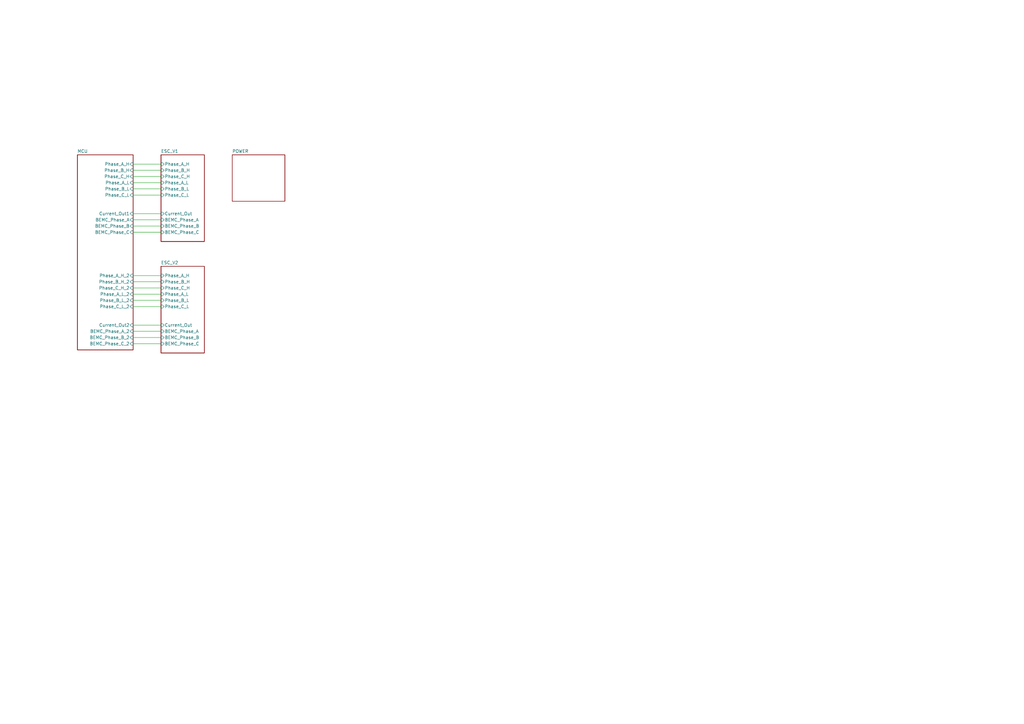
<source format=kicad_sch>
(kicad_sch
	(version 20231120)
	(generator "eeschema")
	(generator_version "8.0")
	(uuid "d69d9177-9e27-4190-aaf2-7a8813ea119b")
	(paper "A3")
	(lib_symbols)
	(wire
		(pts
			(xy 54.61 113.03) (xy 66.04 113.03)
		)
		(stroke
			(width 0)
			(type default)
		)
		(uuid "047ea9a2-f062-46ab-b780-c64a53e7daad")
	)
	(wire
		(pts
			(xy 54.61 67.31) (xy 66.04 67.31)
		)
		(stroke
			(width 0)
			(type default)
		)
		(uuid "21761ed6-ba79-4917-90fb-612c3c2f5c46")
	)
	(wire
		(pts
			(xy 54.61 120.65) (xy 66.04 120.65)
		)
		(stroke
			(width 0)
			(type default)
		)
		(uuid "251805e7-22f6-4b1a-81cb-10c8f6005e3a")
	)
	(wire
		(pts
			(xy 54.61 118.11) (xy 66.04 118.11)
		)
		(stroke
			(width 0)
			(type default)
		)
		(uuid "36c358a2-fd8e-4e99-9d68-c357eb786a28")
	)
	(wire
		(pts
			(xy 54.61 72.39) (xy 66.04 72.39)
		)
		(stroke
			(width 0)
			(type default)
		)
		(uuid "5198c3c8-adbc-447c-8084-be990f31a795")
	)
	(wire
		(pts
			(xy 54.61 77.47) (xy 66.04 77.47)
		)
		(stroke
			(width 0)
			(type default)
		)
		(uuid "5901b2f2-fd93-4e8e-bd5a-d34837b66d89")
	)
	(wire
		(pts
			(xy 54.61 69.85) (xy 66.04 69.85)
		)
		(stroke
			(width 0)
			(type default)
		)
		(uuid "5eb535ee-0dcc-4602-9297-c83e9c697139")
	)
	(wire
		(pts
			(xy 54.61 87.63) (xy 66.04 87.63)
		)
		(stroke
			(width 0)
			(type default)
		)
		(uuid "682ad4ac-59fd-401a-ac20-3fc0eb46a17b")
	)
	(wire
		(pts
			(xy 54.61 90.17) (xy 66.04 90.17)
		)
		(stroke
			(width 0)
			(type default)
		)
		(uuid "82d67b34-fc3c-40db-9acd-44d6903e5cad")
	)
	(wire
		(pts
			(xy 54.61 92.71) (xy 66.04 92.71)
		)
		(stroke
			(width 0)
			(type default)
		)
		(uuid "8aae2d2a-3a41-46c5-b696-ccc1f411b149")
	)
	(wire
		(pts
			(xy 54.61 74.93) (xy 66.04 74.93)
		)
		(stroke
			(width 0)
			(type default)
		)
		(uuid "93bf6ad0-ea97-4d48-8dd8-1a7c656685b1")
	)
	(wire
		(pts
			(xy 54.61 95.25) (xy 66.04 95.25)
		)
		(stroke
			(width 0)
			(type default)
		)
		(uuid "9701f3be-1f42-4f52-8c13-bb08e092135a")
	)
	(wire
		(pts
			(xy 54.61 138.43) (xy 66.04 138.43)
		)
		(stroke
			(width 0)
			(type default)
		)
		(uuid "a5370ff3-68a2-4c82-8098-6dddc836a9c6")
	)
	(wire
		(pts
			(xy 54.61 123.19) (xy 66.04 123.19)
		)
		(stroke
			(width 0)
			(type default)
		)
		(uuid "a5bce5c8-242f-4c0d-bfe5-812984688c59")
	)
	(wire
		(pts
			(xy 54.61 115.57) (xy 66.04 115.57)
		)
		(stroke
			(width 0)
			(type default)
		)
		(uuid "c37bf041-dd96-4916-87d0-865f3c24f200")
	)
	(wire
		(pts
			(xy 54.61 133.35) (xy 66.04 133.35)
		)
		(stroke
			(width 0)
			(type default)
		)
		(uuid "d0ceadb8-2803-4db2-bc1d-d453c9775e32")
	)
	(wire
		(pts
			(xy 54.61 140.97) (xy 66.04 140.97)
		)
		(stroke
			(width 0)
			(type default)
		)
		(uuid "db82100f-210f-4fd5-9747-d238a8446a4f")
	)
	(wire
		(pts
			(xy 54.61 125.73) (xy 66.04 125.73)
		)
		(stroke
			(width 0)
			(type default)
		)
		(uuid "ef3a5811-50fe-4fb9-b8b9-407cec2fc2ff")
	)
	(wire
		(pts
			(xy 54.61 80.01) (xy 66.04 80.01)
		)
		(stroke
			(width 0)
			(type default)
		)
		(uuid "f81610ea-709a-4587-a443-d4cff0594d97")
	)
	(wire
		(pts
			(xy 54.61 135.89) (xy 66.04 135.89)
		)
		(stroke
			(width 0)
			(type default)
		)
		(uuid "fe62461c-f37c-4553-8ff2-837dc202665a")
	)
	(sheet
		(at 95.25 63.5)
		(size 21.59 19.05)
		(fields_autoplaced yes)
		(stroke
			(width 0.2)
			(type solid)
		)
		(fill
			(color 0 0 0 0.0000)
		)
		(uuid "45825136-f387-496f-a706-4df129c3af53")
		(property "Sheetname" "POWER"
			(at 95.25 62.7646 0)
			(effects
				(font
					(size 1.27 1.27)
				)
				(justify left bottom)
			)
		)
		(property "Sheetfile" "POWER.kicad_sch"
			(at 95.25 83.1584 0)
			(effects
				(font
					(size 1.27 1.27)
				)
				(justify left top)
				(hide yes)
			)
		)
		(instances
			(project "ESP32_dual_ESC"
				(path "/d69d9177-9e27-4190-aaf2-7a8813ea119b"
					(page "5")
				)
			)
		)
	)
	(sheet
		(at 66.04 109.22)
		(size 17.78 35.56)
		(fields_autoplaced yes)
		(stroke
			(width 0.2)
			(type solid)
		)
		(fill
			(color 0 0 0 0.0000)
		)
		(uuid "4f801550-a219-4a61-a2db-6b05eb61b1c3")
		(property "Sheetname" "ESC_V2"
			(at 66.04 108.4846 0)
			(effects
				(font
					(size 1.27 1.27)
				)
				(justify left bottom)
			)
		)
		(property "Sheetfile" "ESC_V1.kicad_sch"
			(at 66.04 145.3884 0)
			(effects
				(font
					(size 1.27 1.27)
				)
				(justify left top)
				(hide yes)
			)
		)
		(pin "Phase_C_L" input
			(at 66.04 125.73 180)
			(effects
				(font
					(size 1.27 1.27)
				)
				(justify left)
			)
			(uuid "84dd8522-f7bc-437d-a3ec-a7bf2d4d4a73")
		)
		(pin "Phase_C_H" input
			(at 66.04 118.11 180)
			(effects
				(font
					(size 1.27 1.27)
				)
				(justify left)
			)
			(uuid "9fa59116-b10e-4059-99ff-915180c3811a")
		)
		(pin "Phase_A_H" input
			(at 66.04 113.03 180)
			(effects
				(font
					(size 1.27 1.27)
				)
				(justify left)
			)
			(uuid "92b8678b-c58d-425d-a55b-330508589908")
		)
		(pin "Phase_A_L" input
			(at 66.04 120.65 180)
			(effects
				(font
					(size 1.27 1.27)
				)
				(justify left)
			)
			(uuid "5e9bd6c5-2400-423a-af47-6f5c7ee0272c")
		)
		(pin "Phase_B_L" input
			(at 66.04 123.19 180)
			(effects
				(font
					(size 1.27 1.27)
				)
				(justify left)
			)
			(uuid "2da78b22-79f7-4714-90ae-e089364634b7")
		)
		(pin "Phase_B_H" input
			(at 66.04 115.57 180)
			(effects
				(font
					(size 1.27 1.27)
				)
				(justify left)
			)
			(uuid "e5164713-c368-4cf9-a391-8a64d09b9d4d")
		)
		(pin "Current_Out" input
			(at 66.04 133.35 180)
			(effects
				(font
					(size 1.27 1.27)
				)
				(justify left)
			)
			(uuid "7bf06792-5cc5-4e0f-b010-567df1e6e7a4")
		)
		(pin "BEMC_Phase_A" input
			(at 66.04 135.89 180)
			(effects
				(font
					(size 1.27 1.27)
				)
				(justify left)
			)
			(uuid "6b8fa977-f71f-4da3-959b-9fe522c90a1c")
		)
		(pin "BEMC_Phase_B" input
			(at 66.04 138.43 180)
			(effects
				(font
					(size 1.27 1.27)
				)
				(justify left)
			)
			(uuid "9b2139f3-9809-4c9c-be36-b7229c708e7f")
		)
		(pin "BEMC_Phase_C" input
			(at 66.04 140.97 180)
			(effects
				(font
					(size 1.27 1.27)
				)
				(justify left)
			)
			(uuid "182b8e46-3efc-49b0-9791-35b6a157598a")
		)
		(instances
			(project "ESP32_dual_ESC"
				(path "/d69d9177-9e27-4190-aaf2-7a8813ea119b"
					(page "4")
				)
			)
		)
	)
	(sheet
		(at 66.04 63.5)
		(size 17.78 35.56)
		(fields_autoplaced yes)
		(stroke
			(width 0.2)
			(type solid)
		)
		(fill
			(color 0 0 0 0.0000)
		)
		(uuid "7b4e9774-d5c0-4dcc-8333-bf9c8f8fd4d2")
		(property "Sheetname" "ESC_V1"
			(at 66.04 62.7646 0)
			(effects
				(font
					(size 1.27 1.27)
				)
				(justify left bottom)
			)
		)
		(property "Sheetfile" "ESC_V1.kicad_sch"
			(at 66.04 99.6684 0)
			(effects
				(font
					(size 1.27 1.27)
				)
				(justify left top)
				(hide yes)
			)
		)
		(pin "Phase_C_L" input
			(at 66.04 80.01 180)
			(effects
				(font
					(size 1.27 1.27)
				)
				(justify left)
			)
			(uuid "210c652d-2f16-45eb-987d-123929a4c964")
		)
		(pin "Phase_C_H" input
			(at 66.04 72.39 180)
			(effects
				(font
					(size 1.27 1.27)
				)
				(justify left)
			)
			(uuid "626b2dfb-7d8d-464b-ba89-3f0032ae21ca")
		)
		(pin "Phase_A_H" input
			(at 66.04 67.31 180)
			(effects
				(font
					(size 1.27 1.27)
				)
				(justify left)
			)
			(uuid "dd8a29b0-cfc1-4a0d-8bd4-d03e7275e709")
		)
		(pin "Phase_A_L" input
			(at 66.04 74.93 180)
			(effects
				(font
					(size 1.27 1.27)
				)
				(justify left)
			)
			(uuid "99e321ab-1aa4-4535-a15f-1f3f75817d8a")
		)
		(pin "Phase_B_L" input
			(at 66.04 77.47 180)
			(effects
				(font
					(size 1.27 1.27)
				)
				(justify left)
			)
			(uuid "57100217-771d-41b8-b791-b2a7e20b3660")
		)
		(pin "Phase_B_H" input
			(at 66.04 69.85 180)
			(effects
				(font
					(size 1.27 1.27)
				)
				(justify left)
			)
			(uuid "5aa3f320-172e-4e7d-b892-59ae854456fb")
		)
		(pin "Current_Out" input
			(at 66.04 87.63 180)
			(effects
				(font
					(size 1.27 1.27)
				)
				(justify left)
			)
			(uuid "70e4954b-d952-4cae-be8e-f0979b74fa09")
		)
		(pin "BEMC_Phase_A" input
			(at 66.04 90.17 180)
			(effects
				(font
					(size 1.27 1.27)
				)
				(justify left)
			)
			(uuid "b73f2328-7385-4e9a-b110-92f86f5bbda8")
		)
		(pin "BEMC_Phase_B" input
			(at 66.04 92.71 180)
			(effects
				(font
					(size 1.27 1.27)
				)
				(justify left)
			)
			(uuid "b83ef4a7-946d-46fc-a267-535d330aa3e3")
		)
		(pin "BEMC_Phase_C" input
			(at 66.04 95.25 180)
			(effects
				(font
					(size 1.27 1.27)
				)
				(justify left)
			)
			(uuid "cf4d3717-1648-41bb-9ebd-2964fcb7fa0e")
		)
		(instances
			(project "ESP32_dual_ESC"
				(path "/d69d9177-9e27-4190-aaf2-7a8813ea119b"
					(page "3")
				)
			)
		)
	)
	(sheet
		(at 31.75 63.5)
		(size 22.86 80.01)
		(fields_autoplaced yes)
		(stroke
			(width 0.2)
			(type solid)
		)
		(fill
			(color 0 0 0 0.0000)
		)
		(uuid "8113d184-5b72-4086-992e-4b0bb4c337ba")
		(property "Sheetname" "MCU"
			(at 31.75 62.7646 0)
			(effects
				(font
					(size 1.27 1.27)
				)
				(justify left bottom)
			)
		)
		(property "Sheetfile" "MCU.kicad_sch"
			(at 31.75 144.1184 0)
			(effects
				(font
					(size 1.27 1.27)
				)
				(justify left top)
				(hide yes)
			)
		)
		(pin "Phase_A_H_2" input
			(at 54.61 113.03 0)
			(effects
				(font
					(size 1.27 1.27)
				)
				(justify right)
			)
			(uuid "f45db84d-7784-448f-8833-3181fbc8f69c")
		)
		(pin "Phase_C_H_2" input
			(at 54.61 118.11 0)
			(effects
				(font
					(size 1.27 1.27)
				)
				(justify right)
			)
			(uuid "31f84810-8a15-4bdd-a1ed-db91973aee62")
		)
		(pin "Phase_A_L_2" input
			(at 54.61 120.65 0)
			(effects
				(font
					(size 1.27 1.27)
				)
				(justify right)
			)
			(uuid "f6234c1b-1b1e-46aa-8ad6-ceb5e1c7f3ce")
		)
		(pin "Phase_B_L_2" input
			(at 54.61 123.19 0)
			(effects
				(font
					(size 1.27 1.27)
				)
				(justify right)
			)
			(uuid "4ff21912-47a9-4d3b-8100-881ca9604287")
		)
		(pin "Phase_B_H_2" input
			(at 54.61 115.57 0)
			(effects
				(font
					(size 1.27 1.27)
				)
				(justify right)
			)
			(uuid "23dc8c9c-d076-4419-b480-73c6e6dd4b8e")
		)
		(pin "Current_Out1" input
			(at 54.61 87.63 0)
			(effects
				(font
					(size 1.27 1.27)
				)
				(justify right)
			)
			(uuid "6f7b2b06-68ba-44d8-aa90-61f11c16e6e5")
		)
		(pin "Phase_C_L_2" input
			(at 54.61 125.73 0)
			(effects
				(font
					(size 1.27 1.27)
				)
				(justify right)
			)
			(uuid "ec3bdccf-300a-4bc2-a798-5bc89079477a")
		)
		(pin "BEMC_Phase_C_2" input
			(at 54.61 140.97 0)
			(effects
				(font
					(size 1.27 1.27)
				)
				(justify right)
			)
			(uuid "a34c2a24-0026-4415-b212-a01276577130")
		)
		(pin "BEMC_Phase_B_2" input
			(at 54.61 138.43 0)
			(effects
				(font
					(size 1.27 1.27)
				)
				(justify right)
			)
			(uuid "1b775634-e716-461b-8f65-730c3c72c037")
		)
		(pin "BEMC_Phase_A_2" input
			(at 54.61 135.89 0)
			(effects
				(font
					(size 1.27 1.27)
				)
				(justify right)
			)
			(uuid "863c1c0a-71b5-42c7-84d8-11d8132e9038")
		)
		(pin "Current_Out2" input
			(at 54.61 133.35 0)
			(effects
				(font
					(size 1.27 1.27)
				)
				(justify right)
			)
			(uuid "8b8ef65f-3cec-4b91-aa14-65bea233bb8d")
		)
		(pin "Phase_C_L" input
			(at 54.61 80.01 0)
			(effects
				(font
					(size 1.27 1.27)
				)
				(justify right)
			)
			(uuid "367ba1c2-0ed3-4f85-b039-3ac2b2aa77ea")
		)
		(pin "BEMC_Phase_A" input
			(at 54.61 90.17 0)
			(effects
				(font
					(size 1.27 1.27)
				)
				(justify right)
			)
			(uuid "26a472ff-ced5-44d5-b1e6-716592045a34")
		)
		(pin "BEMC_Phase_C" input
			(at 54.61 95.25 0)
			(effects
				(font
					(size 1.27 1.27)
				)
				(justify right)
			)
			(uuid "08179263-25a3-4ec0-b523-98f8b8f64d67")
		)
		(pin "BEMC_Phase_B" input
			(at 54.61 92.71 0)
			(effects
				(font
					(size 1.27 1.27)
				)
				(justify right)
			)
			(uuid "8efe3115-2cac-431f-b3c6-ba75467c7e63")
		)
		(pin "Phase_B_H" input
			(at 54.61 69.85 0)
			(effects
				(font
					(size 1.27 1.27)
				)
				(justify right)
			)
			(uuid "0be969b0-517f-4c31-9bd6-f4824484a37c")
		)
		(pin "Phase_A_H" input
			(at 54.61 67.31 0)
			(effects
				(font
					(size 1.27 1.27)
				)
				(justify right)
			)
			(uuid "dc1f8610-f5d4-444d-9183-ec2737f9ca24")
		)
		(pin "Phase_C_H" input
			(at 54.61 72.39 0)
			(effects
				(font
					(size 1.27 1.27)
				)
				(justify right)
			)
			(uuid "4f076554-59f6-4d62-9e91-2debbebfd56e")
		)
		(pin "Phase_B_L" input
			(at 54.61 77.47 0)
			(effects
				(font
					(size 1.27 1.27)
				)
				(justify right)
			)
			(uuid "f725bdcd-942f-4048-bb16-2eb0dd6225bf")
		)
		(pin "Phase_A_L" input
			(at 54.61 74.93 0)
			(effects
				(font
					(size 1.27 1.27)
				)
				(justify right)
			)
			(uuid "2b34a5b9-a5ab-486a-98cf-f4c4da2220e2")
		)
		(instances
			(project "ESP32_dual_ESC"
				(path "/d69d9177-9e27-4190-aaf2-7a8813ea119b"
					(page "2")
				)
			)
		)
	)
	(sheet_instances
		(path "/"
			(page "1")
		)
	)
)
</source>
